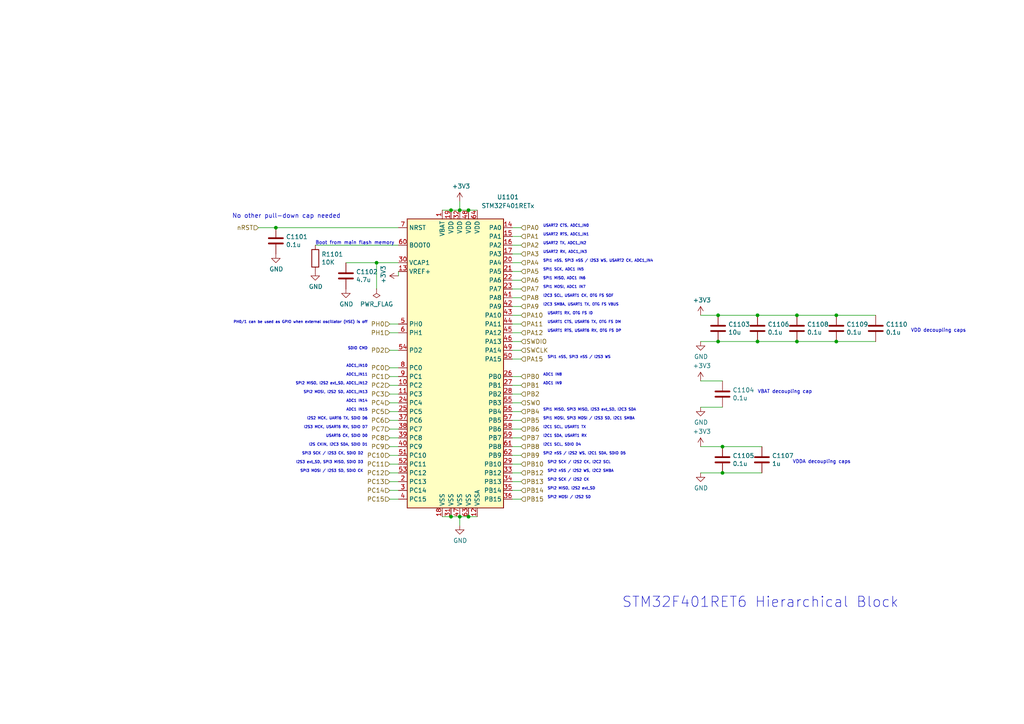
<source format=kicad_sch>
(kicad_sch (version 20211123) (generator eeschema)
  (paper "A4")
  (lib_symbols
    (symbol "Device:C" (pin_numbers hide) (pin_names (offset 0.254))
      (property "Reference" "C" (at 0.635 2.54 0))
      (property "Value" "C" (at 0.635 -2.54 0))
      (symbol "C_0_1"
        (polyline (pts (xy -2.032 -0.762) (xy 2.032 -0.762)) (stroke (width 0.508)))
        (polyline (pts (xy -2.032 0.762) (xy 2.032 0.762)) (stroke (width 0.508)))
      )
      (symbol "C_1_1"
        (pin passive line (at 0 3.81 270) (length 2.794) (name "~") (number "1"))
        (pin passive line (at 0 -3.81 90) (length 2.794) (name "~") (number "2"))
      )
    )
    (symbol "Device:R" (pin_numbers hide) (pin_names (offset 0))
      (property "Reference" "R" (at 2.032 0 90))
      (property "Value" "R" (at 0 0 90))
      (symbol "R_0_1"
        (rectangle (start -1.016 -2.54) (end 1.016 2.54) (stroke (width 0.254)))
      )
      (symbol "R_1_1"
        (pin passive line (at 0 3.81 270) (length 1.27) (name "~") (number "1"))
        (pin passive line (at 0 -3.81 90) (length 1.27) (name "~") (number "2"))
      )
    )
    (symbol "MCU_ST_STM32F4:STM32F401RETx"
      (property "Reference" "U" (at -15.24 41.91 0))
      (property "Value" "STM32F401RETx" (at 7.62 41.91 0))
      (symbol "STM32F401RETx_0_1"
        (rectangle (start -15.24 -43.18) (end 12.7 40.64) (stroke (width 0.254)) (fill (type background)))
      )
      (symbol "STM32F401RETx_1_1"
        (pin power_in line (at -5.08 43.18 270) (length 2.54) (name "VBAT") (number "1"))
        (pin bidirectional line (at -17.78 -7.62 0) (length 2.54) (name "PC2") (number "10"))
        (pin bidirectional line (at -17.78 -10.16 0) (length 2.54) (name "PC3") (number "11"))
        (pin power_in line (at 5.08 -45.72 90) (length 2.54) (name "VSSA") (number "12"))
        (pin power_in line (at -17.78 25.4 0) (length 2.54) (name "VREF+") (number "13"))
        (pin bidirectional line (at 15.24 38.1 180) (length 2.54) (name "PA0") (number "14"))
        (pin bidirectional line (at 15.24 35.56 180) (length 2.54) (name "PA1") (number "15"))
        (pin bidirectional line (at 15.24 33.02 180) (length 2.54) (name "PA2") (number "16"))
        (pin bidirectional line (at 15.24 30.48 180) (length 2.54) (name "PA3") (number "17"))
        (pin power_in line (at -5.08 -45.72 90) (length 2.54) (name "VSS") (number "18"))
        (pin power_in line (at -2.54 43.18 270) (length 2.54) (name "VDD") (number "19"))
        (pin bidirectional line (at -17.78 -35.56 0) (length 2.54) (name "PC13") (number "2"))
        (pin bidirectional line (at 15.24 27.94 180) (length 2.54) (name "PA4") (number "20"))
        (pin bidirectional line (at 15.24 25.4 180) (length 2.54) (name "PA5") (number "21"))
        (pin bidirectional line (at 15.24 22.86 180) (length 2.54) (name "PA6") (number "22"))
        (pin bidirectional line (at 15.24 20.32 180) (length 2.54) (name "PA7") (number "23"))
        (pin bidirectional line (at -17.78 -12.7 0) (length 2.54) (name "PC4") (number "24"))
        (pin bidirectional line (at -17.78 -15.24 0) (length 2.54) (name "PC5") (number "25"))
        (pin bidirectional line (at 15.24 -5.08 180) (length 2.54) (name "PB0") (number "26"))
        (pin bidirectional line (at 15.24 -7.62 180) (length 2.54) (name "PB1") (number "27"))
        (pin bidirectional line (at 15.24 -10.16 180) (length 2.54) (name "PB2") (number "28"))
        (pin bidirectional line (at 15.24 -30.48 180) (length 2.54) (name "PB10") (number "29"))
        (pin bidirectional line (at -17.78 -38.1 0) (length 2.54) (name "PC14") (number "3"))
        (pin power_in line (at -17.78 27.94 0) (length 2.54) (name "VCAP1") (number "30"))
        (pin power_in line (at -2.54 -45.72 90) (length 2.54) (name "VSS") (number "31"))
        (pin power_in line (at 0 43.18 270) (length 2.54) (name "VDD") (number "32"))
        (pin bidirectional line (at 15.24 -33.02 180) (length 2.54) (name "PB12") (number "33"))
        (pin bidirectional line (at 15.24 -35.56 180) (length 2.54) (name "PB13") (number "34"))
        (pin bidirectional line (at 15.24 -38.1 180) (length 2.54) (name "PB14") (number "35"))
        (pin bidirectional line (at 15.24 -40.64 180) (length 2.54) (name "PB15") (number "36"))
        (pin bidirectional line (at -17.78 -17.78 0) (length 2.54) (name "PC6") (number "37"))
        (pin bidirectional line (at -17.78 -20.32 0) (length 2.54) (name "PC7") (number "38"))
        (pin bidirectional line (at -17.78 -22.86 0) (length 2.54) (name "PC8") (number "39"))
        (pin bidirectional line (at -17.78 -40.64 0) (length 2.54) (name "PC15") (number "4"))
        (pin bidirectional line (at -17.78 -25.4 0) (length 2.54) (name "PC9") (number "40"))
        (pin bidirectional line (at 15.24 17.78 180) (length 2.54) (name "PA8") (number "41"))
        (pin bidirectional line (at 15.24 15.24 180) (length 2.54) (name "PA9") (number "42"))
        (pin bidirectional line (at 15.24 12.7 180) (length 2.54) (name "PA10") (number "43"))
        (pin bidirectional line (at 15.24 10.16 180) (length 2.54) (name "PA11") (number "44"))
        (pin bidirectional line (at 15.24 7.62 180) (length 2.54) (name "PA12") (number "45"))
        (pin bidirectional line (at 15.24 5.08 180) (length 2.54) (name "PA13") (number "46"))
        (pin power_in line (at 0 -45.72 90) (length 2.54) (name "VSS") (number "47"))
        (pin power_in line (at 2.54 43.18 270) (length 2.54) (name "VDD") (number "48"))
        (pin bidirectional line (at 15.24 2.54 180) (length 2.54) (name "PA14") (number "49"))
        (pin input line (at -17.78 10.16 0) (length 2.54) (name "PH0") (number "5"))
        (pin bidirectional line (at 15.24 0 180) (length 2.54) (name "PA15") (number "50"))
        (pin bidirectional line (at -17.78 -27.94 0) (length 2.54) (name "PC10") (number "51"))
        (pin bidirectional line (at -17.78 -30.48 0) (length 2.54) (name "PC11") (number "52"))
        (pin bidirectional line (at -17.78 -33.02 0) (length 2.54) (name "PC12") (number "53"))
        (pin bidirectional line (at -17.78 2.54 0) (length 2.54) (name "PD2") (number "54"))
        (pin bidirectional line (at 15.24 -12.7 180) (length 2.54) (name "PB3") (number "55"))
        (pin bidirectional line (at 15.24 -15.24 180) (length 2.54) (name "PB4") (number "56"))
        (pin bidirectional line (at 15.24 -17.78 180) (length 2.54) (name "PB5") (number "57"))
        (pin bidirectional line (at 15.24 -20.32 180) (length 2.54) (name "PB6") (number "58"))
        (pin bidirectional line (at 15.24 -22.86 180) (length 2.54) (name "PB7") (number "59"))
        (pin input line (at -17.78 7.62 0) (length 2.54) (name "PH1") (number "6"))
        (pin input line (at -17.78 33.02 0) (length 2.54) (name "BOOT0") (number "60"))
        (pin bidirectional line (at 15.24 -25.4 180) (length 2.54) (name "PB8") (number "61"))
        (pin bidirectional line (at 15.24 -27.94 180) (length 2.54) (name "PB9") (number "62"))
        (pin power_in line (at 2.54 -45.72 90) (length 2.54) (name "VSS") (number "63"))
        (pin power_in line (at 5.08 43.18 270) (length 2.54) (name "VDD") (number "64"))
        (pin input line (at -17.78 38.1 0) (length 2.54) (name "NRST") (number "7"))
        (pin bidirectional line (at -17.78 -2.54 0) (length 2.54) (name "PC0") (number "8"))
        (pin bidirectional line (at -17.78 -5.08 0) (length 2.54) (name "PC1") (number "9"))
      )
    )
    (symbol "power:+3.3V" (power) (pin_names (offset 0))
      (property "Value" "+3.3V" (at 0 3.556 0))
      (symbol "+3.3V_0_1"
        (polyline (pts (xy -0.762 1.27) (xy 0 2.54)))
        (polyline (pts (xy 0 0) (xy 0 2.54)))
        (polyline (pts (xy 0 2.54) (xy 0.762 1.27)))
      )
      (symbol "+3.3V_1_1"
        (pin power_in line (at 0 0 90) (length 0) hide (name "+3V3") (number "1"))
      )
    )
    (symbol "power:GND" (power) (pin_names (offset 0))
      (property "Value" "GND" (at 0 -3.81 0))
      (symbol "GND_0_1"
        (polyline (pts (xy 0 0) (xy 0 -1.27) (xy 1.27 -1.27) (xy 0 -2.54) (xy -1.27 -1.27) (xy 0 -1.27)))
      )
      (symbol "GND_1_1"
        (pin power_in line (at 0 0 270) (length 0) hide (name "GND") (number "1"))
      )
    )
    (symbol "power:PWR_FLAG" (power) (pin_numbers hide) (pin_names (offset 0) hide)
      (property "Value" "PWR_FLAG" (at 0 3.81 0))
      (symbol "PWR_FLAG_0_0"
        (pin power_out line (at 0 0 90) (length 0) (name "pwr") (number "1"))
      )
      (symbol "PWR_FLAG_0_1"
        (polyline (pts (xy 0 0) (xy 0 1.27) (xy -1.016 1.905) (xy 0 2.54) (xy 1.016 1.905) (xy 0 1.27)))
      )
    )
  )
  (junction (at 208.28 99.06))
  (junction (at 135.89 60.96))
  (junction (at 133.35 60.96))
  (junction (at 130.81 149.86))
  (junction (at 209.55 137.16))
  (junction (at 242.57 91.44))
  (junction (at 135.89 149.86))
  (junction (at 219.71 99.06))
  (junction (at 130.81 60.96))
  (junction (at 219.71 91.44))
  (junction (at 231.14 99.06))
  (junction (at 209.55 129.54))
  (junction (at 231.14 91.44))
  (junction (at 109.22 76.2))
  (junction (at 80.01 66.04))
  (junction (at 208.28 91.44))
  (junction (at 242.57 99.06))
  (junction (at 133.35 149.86))
  (wire (pts (xy 220.98 137.16) (xy 209.55 137.16)))
  (wire (pts (xy 113.03 101.6) (xy 115.57 101.6)))
  (wire (pts (xy 203.2 137.16) (xy 209.55 137.16)))
  (wire (pts (xy 113.03 137.16) (xy 115.57 137.16)))
  (wire (pts (xy 151.13 119.38) (xy 148.59 119.38)))
  (wire (pts (xy 113.03 114.3) (xy 115.57 114.3)))
  (wire (pts (xy 148.59 132.08) (xy 151.13 132.08)))
  (wire (pts (xy 115.57 129.54) (xy 113.03 129.54)))
  (wire (pts (xy 151.13 129.54) (xy 148.59 129.54)))
  (wire (pts (xy 148.59 68.58) (xy 151.13 68.58)))
  (wire (pts (xy 148.59 81.28) (xy 151.13 81.28)))
  (wire (pts (xy 203.2 118.11) (xy 209.55 118.11)))
  (wire (pts (xy 209.55 110.49) (xy 203.2 110.49)))
  (wire (pts (xy 135.89 149.86) (xy 133.35 149.86)))
  (wire (pts (xy 254 91.44) (xy 242.57 91.44)))
  (wire (pts (xy 130.81 149.86) (xy 128.27 149.86)))
  (wire (pts (xy 133.35 149.86) (xy 130.81 149.86)))
  (wire (pts (xy 109.22 76.2) (xy 115.57 76.2)))
  (wire (pts (xy 74.93 66.04) (xy 80.01 66.04)))
  (wire (pts (xy 254 99.06) (xy 242.57 99.06)))
  (wire (pts (xy 151.13 66.04) (xy 148.59 66.04)))
  (wire (pts (xy 109.22 83.82) (xy 109.22 76.2)))
  (wire (pts (xy 151.13 144.78) (xy 148.59 144.78)))
  (wire (pts (xy 151.13 73.66) (xy 148.59 73.66)))
  (wire (pts (xy 115.57 139.7) (xy 113.03 139.7)))
  (wire (pts (xy 231.14 99.06) (xy 242.57 99.06)))
  (wire (pts (xy 113.03 109.22) (xy 115.57 109.22)))
  (wire (pts (xy 148.59 109.22) (xy 151.13 109.22)))
  (wire (pts (xy 148.59 91.44) (xy 151.13 91.44)))
  (wire (pts (xy 209.55 129.54) (xy 220.98 129.54)))
  (wire (pts (xy 133.35 60.96) (xy 130.81 60.96)))
  (wire (pts (xy 242.57 91.44) (xy 231.14 91.44)))
  (wire (pts (xy 115.57 121.92) (xy 113.03 121.92)))
  (wire (pts (xy 151.13 116.84) (xy 148.59 116.84)))
  (wire (pts (xy 115.57 116.84) (xy 113.03 116.84)))
  (wire (pts (xy 113.03 142.24) (xy 115.57 142.24)))
  (wire (pts (xy 115.57 144.78) (xy 113.03 144.78)))
  (wire (pts (xy 148.59 142.24) (xy 151.13 142.24)))
  (wire (pts (xy 151.13 78.74) (xy 148.59 78.74)))
  (wire (pts (xy 151.13 134.62) (xy 148.59 134.62)))
  (wire (pts (xy 148.59 127) (xy 151.13 127)))
  (wire (pts (xy 148.59 101.6) (xy 151.13 101.6)))
  (wire (pts (xy 148.59 76.2) (xy 151.13 76.2)))
  (wire (pts (xy 113.03 119.38) (xy 115.57 119.38)))
  (wire (pts (xy 80.01 66.04) (xy 115.57 66.04)))
  (wire (pts (xy 130.81 60.96) (xy 128.27 60.96)))
  (wire (pts (xy 151.13 71.12) (xy 148.59 71.12)))
  (wire (pts (xy 133.35 152.4) (xy 133.35 149.86)))
  (wire (pts (xy 219.71 91.44) (xy 208.28 91.44)))
  (wire (pts (xy 151.13 111.76) (xy 148.59 111.76)))
  (wire (pts (xy 115.57 78.74) (xy 115.57 80.01)))
  (wire (pts (xy 133.35 58.42) (xy 133.35 60.96)))
  (wire (pts (xy 151.13 124.46) (xy 148.59 124.46)))
  (wire (pts (xy 151.13 139.7) (xy 148.59 139.7)))
  (wire (pts (xy 115.57 106.68) (xy 113.03 106.68)))
  (wire (pts (xy 151.13 83.82) (xy 148.59 83.82)))
  (wire (pts (xy 115.57 127) (xy 113.03 127)))
  (wire (pts (xy 135.89 60.96) (xy 133.35 60.96)))
  (wire (pts (xy 115.57 111.76) (xy 113.03 111.76)))
  (wire (pts (xy 113.03 93.98) (xy 115.57 93.98)))
  (wire (pts (xy 113.03 132.08) (xy 115.57 132.08)))
  (wire (pts (xy 151.13 104.14) (xy 148.59 104.14)))
  (wire (pts (xy 148.59 86.36) (xy 151.13 86.36)))
  (wire (pts (xy 138.43 60.96) (xy 135.89 60.96)))
  (wire (pts (xy 203.2 129.54) (xy 209.55 129.54)))
  (wire (pts (xy 100.33 76.2) (xy 109.22 76.2)))
  (wire (pts (xy 91.44 71.12) (xy 115.57 71.12)))
  (wire (pts (xy 203.2 99.06) (xy 208.28 99.06)))
  (wire (pts (xy 151.13 99.06) (xy 148.59 99.06)))
  (wire (pts (xy 115.57 134.62) (xy 113.03 134.62)))
  (wire (pts (xy 219.71 99.06) (xy 231.14 99.06)))
  (wire (pts (xy 208.28 99.06) (xy 219.71 99.06)))
  (wire (pts (xy 138.43 149.86) (xy 135.89 149.86)))
  (wire (pts (xy 231.14 91.44) (xy 219.71 91.44)))
  (wire (pts (xy 203.2 91.44) (xy 208.28 91.44)))
  (wire (pts (xy 148.59 121.92) (xy 151.13 121.92)))
  (wire (pts (xy 113.03 124.46) (xy 115.57 124.46)))
  (wire (pts (xy 148.59 114.3) (xy 151.13 114.3)))
  (wire (pts (xy 148.59 96.52) (xy 151.13 96.52)))
  (wire (pts (xy 151.13 93.98) (xy 148.59 93.98)))
  (wire (pts (xy 148.59 137.16) (xy 151.13 137.16)))
  (wire (pts (xy 151.13 88.9) (xy 148.59 88.9)))
  (wire (pts (xy 115.57 96.52) (xy 113.03 96.52)))
  (text "VBAT decoupling cap" (at 219.71 114.3 0) (effects (font (size 0.9906 0.9906)) (justify left bottom)))
  (text "SPI2 MOSI / I2S2 SD" (at 158.75 144.78 0) (effects (font (size 0.762 0.762)) (justify left bottom)))
  (text "USART1 RX, OTG FS ID" (at 158.75 91.44 0) (effects (font (size 0.762 0.762)) (justify left bottom)))
  (text "SPI3 MOSI / I2S3 SD, SDIO CK" (at 105.41 137.16 180) (effects (font (size 0.762 0.762)) (justify right bottom)))
  (text "USART2 TX, ADC1_IN2" (at 157.48 71.12 0) (effects (font (size 0.762 0.762)) (justify left bottom)))
  (text "I2S2 MCK, UART6 TX, SDIO D6" (at 106.68 121.92 180) (effects (font (size 0.762 0.762)) (justify right bottom)))
  (text "SPI1 nSS, SPI3 nSS / I2S3 WS" (at 158.75 104.14 0) (effects (font (size 0.762 0.762)) (justify left bottom)))
  (text "USART6 CK, SDIO D0" (at 106.68 127 180) (effects (font (size 0.762 0.762)) (justify right bottom)))
  (text "SPI2 SCK / I2S2 CK, I2C2 SCL" (at 158.75 134.62 0) (effects (font (size 0.762 0.762)) (justify left bottom)))
  (text "USART2 RTS, ADC1_IN1" (at 157.48 68.58 0) (effects (font (size 0.762 0.762)) (justify left bottom)))
  (text "I2C1 SDA, USART1 RX" (at 157.48 127 0) (effects (font (size 0.762 0.762)) (justify left bottom)))
  (text "ADC1 IN9" (at 157.48 111.76 0) (effects (font (size 0.762 0.762)) (justify left bottom)))
  (text "SPI1 MISO, ADC1 IN6" (at 157.48 81.28 0) (effects (font (size 0.762 0.762)) (justify left bottom)))
  (text "VDDA decoupling caps\n" (at 229.87 134.62 0) (effects (font (size 0.9906 0.9906)) (justify left bottom)))
  (text "SPI1 MOSI, SPI3 MOSI / I2S3 SD, I2C1 SMBA" (at 157.48 121.92 0) (effects (font (size 0.762 0.762)) (justify left bottom)))
  (text "USART1 RTS, USART6 RX, OTG FS DP" (at 158.75 96.52 0) (effects (font (size 0.762 0.762)) (justify left bottom)))
  (text "SPI2 SCK / I2S2 CK" (at 158.75 139.7 0) (effects (font (size 0.762 0.762)) (justify left bottom)))
  (text "SPI2 MISO, I2S2 ext_SD" (at 158.75 142.24 0) (effects (font (size 0.762 0.762)) (justify left bottom)))
  (text "SDIO CMD" (at 106.68 101.6 180) (effects (font (size 0.762 0.762)) (justify right bottom)))
  (text "I2S3 MCK, USART6 RX, SDIO D7" (at 106.68 124.46 180) (effects (font (size 0.762 0.762)) (justify right bottom)))
  (text "SPI1 SCK, ADC1 IN5" (at 157.48 78.74 0) (effects (font (size 0.762 0.762)) (justify left bottom)))
  (text "No other pull-down cap needed" (at 67.31 63.5 0) (effects (font (size 1.27 1.27)) (justify left bottom)))
  (text "SPI1 MISO, SPI3 MISO, I2S3 ext_SD, I2C3 SDA" (at 157.48 119.38 0) (effects (font (size 0.762 0.762)) (justify left bottom)))
  (text "USART1 CTS, USART6 TX, OTG FS DM" (at 158.75 93.98 0) (effects (font (size 0.762 0.762)) (justify left bottom)))
  (text "STM32F401RET6 Hierarchical Block" (at 180.34 176.53 0) (effects (font (size 2.9972 2.9972)) (justify left bottom)))
  (text "SPI2 nSS / I2S2 WS, I2C2 SMBA" (at 158.75 137.16 0) (effects (font (size 0.762 0.762)) (justify left bottom)))
  (text "I2C3 SMBA, USART1 TX, OTG FS VBUS" (at 157.48 88.9 0) (effects (font (size 0.762 0.762)) (justify left bottom)))
  (text "SPI2 nSS / I2S2 WS, I2C1 SDA, SDIO D5" (at 157.48 132.08 0) (effects (font (size 0.762 0.762)) (justify left bottom)))
  (text "USART2 CTS, ADC1_IN0" (at 157.48 66.04 0) (effects (font (size 0.762 0.762)) (justify left bottom)))
  (text "ADC1_IN10" (at 106.68 106.68 180) (effects (font (size 0.762 0.762)) (justify right bottom)))
  (text "I2C1 SCL, SDIO D4" (at 157.48 129.54 0) (effects (font (size 0.762 0.762)) (justify left bottom)))
  (text "ADC1 IN8" (at 157.48 109.22 0) (effects (font (size 0.762 0.762)) (justify left bottom)))
  (text "I2C3 SCL, USART1 CK, OTG FS SOF" (at 157.48 86.36 0) (effects (font (size 0.762 0.762)) (justify left bottom)))
  (text "SPI3 SCK / I2S3 CK, SDIO D2" (at 105.41 132.08 180) (effects (font (size 0.762 0.762)) (justify right bottom)))
  (text "SPI1 nSS, SPI3 nSS / I2S3 WS, USART2 CK, ADC1_IN4" (at 157.48 76.2 0) (effects (font (size 0.762 0.762)) (justify left bottom)))
  (text "I2S CKIN, I2C3 SDA, SDIO D1" (at 106.68 129.54 180) (effects (font (size 0.762 0.762)) (justify right bottom)))
  (text "Boot from main flash memory" (at 91.44 71.12 0) (effects (font (size 0.9906 0.9906)) (justify left bottom)))
  (text "USART2 RX, ADC1_IN3" (at 157.48 73.66 0) (effects (font (size 0.762 0.762)) (justify left bottom)))
  (text "VDD decoupling caps" (at 264.16 96.52 0) (effects (font (size 0.9906 0.9906)) (justify left bottom)))
  (text "ADC1_IN11" (at 106.68 109.22 180) (effects (font (size 0.762 0.762)) (justify right bottom)))
  (text "ADC1 IN14" (at 106.68 116.84 180) (effects (font (size 0.762 0.762)) (justify right bottom)))
  (text "I2S3 ext_SD, SPI3 MISO, SDIO D3" (at 105.41 134.62 180) (effects (font (size 0.762 0.762)) (justify right bottom)))
  (text "SPI1 MOSI, ADC1 IN7" (at 157.48 83.82 0) (effects (font (size 0.762 0.762)) (justify left bottom)))
  (text "ADC1 IN15" (at 106.68 119.38 180) (effects (font (size 0.762 0.762)) (justify right bottom)))
  (text "SPI2 MOSI, I2S2 SD, ADC1_IN13" (at 106.68 114.3 180) (effects (font (size 0.762 0.762)) (justify right bottom)))
  (text "SPI2 MISO, I2S2 ext_SD, ADC1_IN12" (at 106.68 111.76 180) (effects (font (size 0.762 0.762)) (justify right bottom)))
  (text "PH0/1 can be used as GPIO when external oscillator (HSE) is off" (at 106.68 93.98 0) (effects (font (size 0.762 0.762)) (justify right bottom)))
  (text "I2C1 SCL, USART1 TX" (at 157.48 124.46 0) (effects (font (size 0.762 0.762)) (justify left bottom)))
  (hierarchical_label "PC7" (shape input) (at 113.03 124.46 180))
  (hierarchical_label "PC3" (shape input) (at 113.03 114.3 180))
  (hierarchical_label "PA9" (shape input) (at 151.13 88.9 0))
  (hierarchical_label "PB4" (shape input) (at 151.13 119.38 0))
  (hierarchical_label "PC11" (shape input) (at 113.03 134.62 180))
  (hierarchical_label "PC8" (shape input) (at 113.03 127 180))
  (hierarchical_label "PA1" (shape input) (at 151.13 68.58 0))
  (hierarchical_label "PB12" (shape input) (at 151.13 137.16 0))
  (hierarchical_label "PA0" (shape input) (at 151.13 66.04 0))
  (hierarchical_label "PA6" (shape input) (at 151.13 81.28 0))
  (hierarchical_label "PC6" (shape input) (at 113.03 121.92 180))
  (hierarchical_label "PC10" (shape input) (at 113.03 132.08 180))
  (hierarchical_label "PC9" (shape input) (at 113.03 129.54 180))
  (hierarchical_label "PC14" (shape input) (at 113.03 142.24 180))
  (hierarchical_label "PC1" (shape input) (at 113.03 109.22 180))
  (hierarchical_label "PB5" (shape input) (at 151.13 121.92 0))
  (hierarchical_label "PA12" (shape input) (at 151.13 96.52 0))
  (hierarchical_label "PB15" (shape input) (at 151.13 144.78 0))
  (hierarchical_label "PB10" (shape input) (at 151.13 134.62 0))
  (hierarchical_label "PA7" (shape input) (at 151.13 83.82 0))
  (hierarchical_label "PA10" (shape input) (at 151.13 91.44 0))
  (hierarchical_label "PB8" (shape input) (at 151.13 129.54 0))
  (hierarchical_label "PA4" (shape input) (at 151.13 76.2 0))
  (hierarchical_label "PB13" (shape input) (at 151.13 139.7 0))
  (hierarchical_label "PB0" (shape input) (at 151.13 109.22 0))
  (hierarchical_label "PB2" (shape input) (at 151.13 114.3 0))
  (hierarchical_label "PB1" (shape input) (at 151.13 111.76 0))
  (hierarchical_label "SWDIO" (shape input) (at 151.13 99.06 0))
  (hierarchical_label "PA11" (shape input) (at 151.13 93.98 0))
  (hierarchical_label "PC0" (shape input) (at 113.03 106.68 180))
  (hierarchical_label "PB9" (shape input) (at 151.13 132.08 0))
  (hierarchical_label "PA2" (shape input) (at 151.13 71.12 0))
  (hierarchical_label "PD2" (shape input) (at 113.03 101.6 180))
  (hierarchical_label "PB6" (shape input) (at 151.13 124.46 0))
  (hierarchical_label "PC13" (shape input) (at 113.03 139.7 180))
  (hierarchical_label "PA3" (shape input) (at 151.13 73.66 0))
  (hierarchical_label "PC15" (shape input) (at 113.03 144.78 180))
  (hierarchical_label "PC4" (shape input) (at 113.03 116.84 180))
  (hierarchical_label "PA5" (shape input) (at 151.13 78.74 0))
  (hierarchical_label "PC2" (shape input) (at 113.03 111.76 180))
  (hierarchical_label "PA15" (shape input) (at 151.13 104.14 0))
  (hierarchical_label "SWO" (shape input) (at 151.13 116.84 0))
  (hierarchical_label "PH0" (shape input) (at 113.03 93.98 180))
  (hierarchical_label "PB7" (shape input) (at 151.13 127 0))
  (hierarchical_label "PB14" (shape input) (at 151.13 142.24 0))
  (hierarchical_label "SWCLK" (shape input) (at 151.13 101.6 0))
  (hierarchical_label "PA8" (shape input) (at 151.13 86.36 0))
  (hierarchical_label "PC5" (shape input) (at 113.03 119.38 180))
  (hierarchical_label "nRST" (shape input) (at 74.93 66.04 180))
  (hierarchical_label "PC12" (shape input) (at 113.03 137.16 180))
  (hierarchical_label "PH1" (shape input) (at 113.03 96.52 180))
  (symbol (lib_id "MCU_ST_STM32F4:STM32F401RETx") (at 133.35 104.14 0) (unit 1)
    (property "Reference" "U1101" (at 147.32 57.15 0))
    (property "Value" "STM32F401RETx" (at 147.32 59.69 0))
    (property "Footprint" "Package_QFP:LQFP-64_10x10mm_P0.5mm" (effects hide))
    (property "Datasheet" "http://www.st.com/st-web-ui/static/active/en/resource/technical/document/datasheet/DM00102166.pdf" (effects hide))
    (property "DIGIKEY" "497-17429-ND" (effects hide))
    (property "MANF" "STM32F401RET6" (effects hide))
  )
  (symbol (lib_id "Device:C") (at 220.98 133.35 0) (unit 1)
    (property "Reference" "C1107" (at 223.901 132.1816 0) (effects (justify left)))
    (property "Value" "1u" (at 223.901 134.493 0) (effects (justify left)))
    (property "Footprint" "Capacitor_SMD:C_0603_1608Metric" (effects hide))
    (property "DIGIKEY" "1276-1182-1-ND" (effects hide))
    (property "MANF" "CL10A105KP8NNNC" (effects hide))
  )
  (symbol (lib_id "power:GND") (at 133.35 152.4 0) (unit 1)
    (property "Reference" "#PWR01106" (effects hide))
    (property "Value" "GND" (at 133.477 156.7942 0))
  )
  (symbol (lib_id "power:GND") (at 203.2 99.06 0) (unit 1)
    (property "Reference" "#PWR01108" (effects hide))
    (property "Value" "GND" (at 203.327 103.4542 0))
  )
  (symbol (lib_id "Device:C") (at 208.28 95.25 0) (unit 1)
    (property "Reference" "C1103" (at 211.201 94.0816 0) (effects (justify left)))
    (property "Value" "10u" (at 211.201 96.393 0) (effects (justify left)))
    (property "Footprint" "Capacitor_SMD:C_0603_1608Metric" (effects hide))
    (property "DIGIKEY" "490-13248-1-ND" (effects hide))
    (property "MANF" "GRM188R6YA106MA73D" (effects hide))
  )
  (symbol (lib_id "Device:C") (at 219.71 95.25 0) (unit 1)
    (property "Reference" "C1106" (at 222.631 94.0816 0) (effects (justify left)))
    (property "Value" "0.1u" (at 222.631 96.393 0) (effects (justify left)))
    (property "Footprint" "Capacitor_SMD:C_0603_1608Metric" (effects hide))
    (property "DIGIKEY" "399-1100-1-ND" (effects hide))
    (property "MANF" "C0603C104Z3VACTU" (effects hide))
  )
  (symbol (lib_id "Device:C") (at 231.14 95.25 0) (unit 1)
    (property "Reference" "C1108" (at 234.061 94.0816 0) (effects (justify left)))
    (property "Value" "0.1u" (at 234.061 96.393 0) (effects (justify left)))
    (property "Footprint" "Capacitor_SMD:C_0603_1608Metric" (effects hide))
    (property "DIGIKEY" "399-1100-1-ND" (effects hide))
    (property "MANF" "C0603C104Z3VACTU" (effects hide))
  )
  (symbol (lib_id "Device:C") (at 242.57 95.25 0) (unit 1)
    (property "Reference" "C1109" (at 245.491 94.0816 0) (effects (justify left)))
    (property "Value" "0.1u" (at 245.491 96.393 0) (effects (justify left)))
    (property "Footprint" "Capacitor_SMD:C_0603_1608Metric" (effects hide))
    (property "DIGIKEY" "399-1100-1-ND" (effects hide))
    (property "MANF" "C0603C104Z3VACTU" (effects hide))
  )
  (symbol (lib_id "Device:C") (at 254 95.25 0) (unit 1)
    (property "Reference" "C1110" (at 256.921 94.0816 0) (effects (justify left)))
    (property "Value" "0.1u" (at 256.921 96.393 0) (effects (justify left)))
    (property "Footprint" "Capacitor_SMD:C_0603_1608Metric" (effects hide))
    (property "DIGIKEY" "399-1100-1-ND" (effects hide))
    (property "MANF" "C0603C104Z3VACTU" (effects hide))
  )
  (symbol (lib_id "Device:C") (at 100.33 80.01 0) (unit 1)
    (property "Reference" "C1102" (at 103.251 78.8416 0) (effects (justify left)))
    (property "Value" "4.7u" (at 103.251 81.153 0) (effects (justify left)))
    (property "Footprint" "Capacitor_SMD:C_0603_1608Metric" (effects hide))
    (property "DIGIKEY" "311-1820-1-ND" (effects hide))
    (property "MANF" "CC0603MRX5R6BB475" (effects hide))
  )
  (symbol (lib_id "power:GND") (at 100.33 83.82 0) (unit 1)
    (property "Reference" "#PWR01103" (effects hide))
    (property "Value" "GND" (at 100.457 88.2142 0))
  )
  (symbol (lib_id "Device:C") (at 80.01 69.85 0) (unit 1)
    (property "Reference" "C1101" (at 82.931 68.6816 0) (effects (justify left)))
    (property "Value" "0.1u" (at 82.931 70.993 0) (effects (justify left)))
    (property "Footprint" "Capacitor_SMD:C_0603_1608Metric" (effects hide))
    (property "DIGIKEY" "399-1100-1-ND" (effects hide))
    (property "MANF" "C0603C104Z3VACTU" (effects hide))
  )
  (symbol (lib_id "power:GND") (at 80.01 73.66 0) (unit 1)
    (property "Reference" "#PWR01101" (effects hide))
    (property "Value" "GND" (at 80.137 78.0542 0))
  )
  (symbol (lib_id "power:GND") (at 203.2 118.11 0) (unit 1)
    (property "Reference" "#PWR01110" (effects hide))
    (property "Value" "GND" (at 203.327 122.5042 0))
  )
  (symbol (lib_id "Device:C") (at 209.55 114.3 0) (unit 1)
    (property "Reference" "C1104" (at 212.471 113.1316 0) (effects (justify left)))
    (property "Value" "0.1u" (at 212.471 115.443 0) (effects (justify left)))
    (property "Footprint" "Capacitor_SMD:C_0603_1608Metric" (effects hide))
    (property "DIGIKEY" "399-1100-1-ND" (effects hide))
    (property "MANF" "C0603C104Z3VACTU" (effects hide))
  )
  (symbol (lib_id "Device:R") (at 91.44 74.93 0) (unit 1)
    (property "Reference" "R1101" (at 93.218 73.7616 0) (effects (justify left)))
    (property "Value" "10K" (at 93.218 76.073 0) (effects (justify left)))
    (property "Footprint" "Resistor_SMD:R_0603_1608Metric" (effects hide))
    (property "DIGIKEY" "311-10KGRCT-ND" (effects hide))
    (property "MANF" "RC0603JR-0710KL" (effects hide))
  )
  (symbol (lib_id "power:GND") (at 91.44 78.74 0) (unit 1)
    (property "Reference" "#PWR01102" (effects hide))
    (property "Value" "GND" (at 91.567 83.1342 0))
  )
  (symbol (lib_id "Device:C") (at 209.55 133.35 0) (unit 1)
    (property "Reference" "C1105" (at 212.471 132.1816 0) (effects (justify left)))
    (property "Value" "0.1u" (at 212.471 134.493 0) (effects (justify left)))
    (property "Footprint" "Capacitor_SMD:C_0603_1608Metric" (effects hide))
    (property "DIGIKEY" "399-1100-1-ND" (effects hide))
    (property "MANF" "C0603C104Z3VACTU" (effects hide))
  )
  (symbol (lib_id "power:+3.3V") (at 133.35 58.42 0) (unit 1)
    (property "Reference" "#PWR01105" (effects hide))
    (property "Value" "+3.3V" (at 133.731 54.0258 0))
  )
  (symbol (lib_id "power:GND") (at 203.2 137.16 0) (unit 1)
    (property "Reference" "#PWR01112" (effects hide))
    (property "Value" "GND" (at 203.327 141.5542 0))
  )
  (symbol (lib_id "power:+3.3V") (at 203.2 91.44 0) (unit 1)
    (property "Reference" "#PWR01107" (effects hide))
    (property "Value" "+3.3V" (at 203.581 87.0458 0))
  )
  (symbol (lib_id "power:+3.3V") (at 203.2 110.49 0) (unit 1)
    (property "Reference" "#PWR01109" (effects hide))
    (property "Value" "+3.3V" (at 203.581 106.0958 0))
  )
  (symbol (lib_id "power:+3.3V") (at 203.2 129.54 0) (unit 1)
    (property "Reference" "#PWR01111" (effects hide))
    (property "Value" "+3.3V" (at 203.581 125.1458 0))
  )
  (symbol (lib_id "power:+3.3V") (at 115.57 80.01 90) (unit 1)
    (property "Reference" "#PWR01104" (effects hide))
    (property "Value" "+3.3V" (at 111.1758 79.629 0))
  )
  (symbol (lib_id "power:PWR_FLAG") (at 109.22 83.82 180) (unit 1)
    (property "Reference" "#FLG01101" (effects hide))
    (property "Value" "PWR_FLAG" (at 109.22 88.2142 0))
  )
)
</source>
